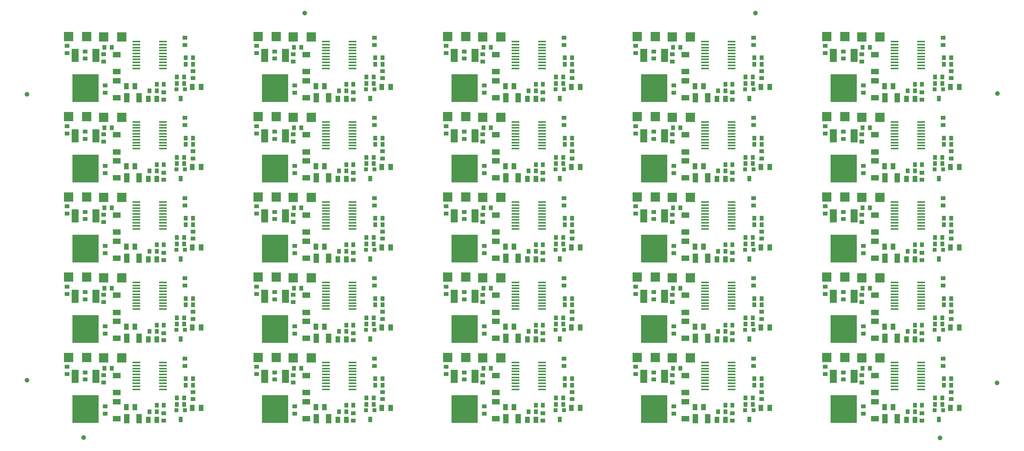
<source format=gtp>
G04*
G04 #@! TF.GenerationSoftware,Altium Limited,Altium Designer,23.8.1 (32)*
G04*
G04 Layer_Color=8421504*
%FSTAX26Y26*%
%MOIN*%
G70*
G04*
G04 #@! TF.SameCoordinates,0658DAE7-6568-40E7-827A-ADBA6E925618*
G04*
G04*
G04 #@! TF.FilePolarity,Positive*
G04*
G01*
G75*
%ADD11C,0.042047*%
%ADD12R,0.039370X0.037402*%
%ADD14R,0.039370X0.057087*%
%ADD15R,0.062992X0.118110*%
%ADD16R,0.228346X0.244095*%
%ADD17O,0.070866X0.015748*%
%ADD18R,0.037402X0.039370*%
%ADD19R,0.036000X0.036000*%
%ADD20R,0.036000X0.050000*%
%ADD21R,0.049213X0.078740*%
%ADD22R,0.070866X0.049213*%
%ADD23R,0.078740X0.078740*%
D11*
X08298266Y02878928D02*
D03*
X08295266Y00370928D02*
D03*
X06204031Y0357336D02*
D03*
X02304031D02*
D03*
X-00098483Y003937D02*
D03*
X00393512Y-00101861D02*
D03*
X-00099298Y02871928D02*
D03*
X07802266Y-00104867D02*
D03*
D12*
X0058Y00103504D02*
D03*
Y00166496D02*
D03*
X00403788Y0046267D02*
D03*
Y00399677D02*
D03*
X01338788Y0029267D02*
D03*
Y00229677D02*
D03*
X01268535Y00581636D02*
D03*
Y00518644D02*
D03*
X00565877Y00438005D02*
D03*
Y00375013D02*
D03*
X0024785Y0050994D02*
D03*
Y00446948D02*
D03*
X01083788Y0010767D02*
D03*
Y00044678D02*
D03*
X02220001Y00103504D02*
D03*
Y00166496D02*
D03*
X02043789Y0046267D02*
D03*
Y00399677D02*
D03*
X02978789Y0029267D02*
D03*
Y00229677D02*
D03*
X02908536Y00581636D02*
D03*
Y00518644D02*
D03*
X02205877Y00438005D02*
D03*
Y00375013D02*
D03*
X0188785Y0050994D02*
D03*
Y00446948D02*
D03*
X02723789Y0010767D02*
D03*
Y00044678D02*
D03*
X03860002Y00103504D02*
D03*
Y00166496D02*
D03*
X03683789Y0046267D02*
D03*
Y00399677D02*
D03*
X04618789Y0029267D02*
D03*
Y00229677D02*
D03*
X04548536Y00581636D02*
D03*
Y00518644D02*
D03*
X03845878Y00438005D02*
D03*
Y00375013D02*
D03*
X03527851Y0050994D02*
D03*
Y00446948D02*
D03*
X04363789Y0010767D02*
D03*
Y00044678D02*
D03*
X05500002Y00103504D02*
D03*
Y00166496D02*
D03*
X0532379Y0046267D02*
D03*
Y00399677D02*
D03*
X0625879Y0029267D02*
D03*
Y00229677D02*
D03*
X06188537Y00581636D02*
D03*
Y00518644D02*
D03*
X05485879Y00438005D02*
D03*
Y00375013D02*
D03*
X05167852Y0050994D02*
D03*
Y00446948D02*
D03*
X0600379Y0010767D02*
D03*
Y00044678D02*
D03*
X07140003Y00103504D02*
D03*
Y00166496D02*
D03*
X06963791Y0046267D02*
D03*
Y00399677D02*
D03*
X07898791Y0029267D02*
D03*
Y00229677D02*
D03*
X07828538Y00581636D02*
D03*
Y00518644D02*
D03*
X07125879Y00438005D02*
D03*
Y00375013D02*
D03*
X06807852Y0050994D02*
D03*
Y00446948D02*
D03*
X07643791Y0010767D02*
D03*
Y00044678D02*
D03*
X0058Y00798504D02*
D03*
Y00861496D02*
D03*
X00403788Y0115767D02*
D03*
Y01094677D02*
D03*
X01338788Y0098767D02*
D03*
Y00924677D02*
D03*
X01268535Y01276637D02*
D03*
Y01213644D02*
D03*
X00565877Y01133005D02*
D03*
Y01070013D02*
D03*
X0024785Y0120494D02*
D03*
Y01141948D02*
D03*
X01083788Y0080267D02*
D03*
Y00739678D02*
D03*
X02220001Y00798504D02*
D03*
Y00861496D02*
D03*
X02043789Y0115767D02*
D03*
Y01094677D02*
D03*
X02978789Y0098767D02*
D03*
Y00924677D02*
D03*
X02908536Y01276637D02*
D03*
Y01213644D02*
D03*
X02205877Y01133005D02*
D03*
Y01070013D02*
D03*
X0188785Y0120494D02*
D03*
Y01141948D02*
D03*
X02723789Y0080267D02*
D03*
Y00739678D02*
D03*
X03860002Y00798504D02*
D03*
Y00861496D02*
D03*
X03683789Y0115767D02*
D03*
Y01094677D02*
D03*
X04618789Y0098767D02*
D03*
Y00924677D02*
D03*
X04548536Y01276637D02*
D03*
Y01213644D02*
D03*
X03845878Y01133005D02*
D03*
Y01070013D02*
D03*
X03527851Y0120494D02*
D03*
Y01141948D02*
D03*
X04363789Y0080267D02*
D03*
Y00739678D02*
D03*
X05500002Y00798504D02*
D03*
Y00861496D02*
D03*
X0532379Y0115767D02*
D03*
Y01094677D02*
D03*
X0625879Y0098767D02*
D03*
Y00924677D02*
D03*
X06188537Y01276637D02*
D03*
Y01213644D02*
D03*
X05485879Y01133005D02*
D03*
Y01070013D02*
D03*
X05167852Y0120494D02*
D03*
Y01141948D02*
D03*
X0600379Y0080267D02*
D03*
Y00739678D02*
D03*
X07140003Y00798504D02*
D03*
Y00861496D02*
D03*
X06963791Y0115767D02*
D03*
Y01094677D02*
D03*
X07898791Y0098767D02*
D03*
Y00924677D02*
D03*
X07828538Y01276637D02*
D03*
Y01213644D02*
D03*
X07125879Y01133005D02*
D03*
Y01070013D02*
D03*
X06807852Y0120494D02*
D03*
Y01141948D02*
D03*
X07643791Y0080267D02*
D03*
Y00739678D02*
D03*
X0058Y01493504D02*
D03*
Y01556496D02*
D03*
X00403788Y0185267D02*
D03*
Y01789677D02*
D03*
X01338788Y0168267D02*
D03*
Y01619677D02*
D03*
X01268535Y01971637D02*
D03*
Y01908644D02*
D03*
X00565877Y01828005D02*
D03*
Y01765013D02*
D03*
X0024785Y0189994D02*
D03*
Y01836948D02*
D03*
X01083788Y0149767D02*
D03*
Y01434678D02*
D03*
X02220001Y01493504D02*
D03*
Y01556496D02*
D03*
X02043789Y0185267D02*
D03*
Y01789677D02*
D03*
X02978789Y0168267D02*
D03*
Y01619677D02*
D03*
X02908536Y01971637D02*
D03*
Y01908644D02*
D03*
X02205877Y01828005D02*
D03*
Y01765013D02*
D03*
X0188785Y0189994D02*
D03*
Y01836948D02*
D03*
X02723789Y0149767D02*
D03*
Y01434678D02*
D03*
X03860002Y01493504D02*
D03*
Y01556496D02*
D03*
X03683789Y0185267D02*
D03*
Y01789677D02*
D03*
X04618789Y0168267D02*
D03*
Y01619677D02*
D03*
X04548536Y01971637D02*
D03*
Y01908644D02*
D03*
X03845878Y01828005D02*
D03*
Y01765013D02*
D03*
X03527851Y0189994D02*
D03*
Y01836948D02*
D03*
X04363789Y0149767D02*
D03*
Y01434678D02*
D03*
X05500002Y01493504D02*
D03*
Y01556496D02*
D03*
X0532379Y0185267D02*
D03*
Y01789677D02*
D03*
X0625879Y0168267D02*
D03*
Y01619677D02*
D03*
X06188537Y01971637D02*
D03*
Y01908644D02*
D03*
X05485879Y01828005D02*
D03*
Y01765013D02*
D03*
X05167852Y0189994D02*
D03*
Y01836948D02*
D03*
X0600379Y0149767D02*
D03*
Y01434678D02*
D03*
X07140003Y01493504D02*
D03*
Y01556496D02*
D03*
X06963791Y0185267D02*
D03*
Y01789677D02*
D03*
X07898791Y0168267D02*
D03*
Y01619677D02*
D03*
X07828538Y01971637D02*
D03*
Y01908644D02*
D03*
X07125879Y01828005D02*
D03*
Y01765013D02*
D03*
X06807852Y0189994D02*
D03*
Y01836948D02*
D03*
X07643791Y0149767D02*
D03*
Y01434678D02*
D03*
X0058Y02188504D02*
D03*
Y02251496D02*
D03*
X00403788Y0254767D02*
D03*
Y02484677D02*
D03*
X01338788Y0237767D02*
D03*
Y02314677D02*
D03*
X01268535Y02666637D02*
D03*
Y02603644D02*
D03*
X00565877Y02523005D02*
D03*
Y02460013D02*
D03*
X0024785Y0259494D02*
D03*
Y02531948D02*
D03*
X01083788Y0219267D02*
D03*
Y02129677D02*
D03*
X02220001Y02188504D02*
D03*
Y02251496D02*
D03*
X02043789Y0254767D02*
D03*
Y02484677D02*
D03*
X02978789Y0237767D02*
D03*
Y02314677D02*
D03*
X02908536Y02666637D02*
D03*
Y02603644D02*
D03*
X02205877Y02523005D02*
D03*
Y02460013D02*
D03*
X0188785Y0259494D02*
D03*
Y02531948D02*
D03*
X02723789Y0219267D02*
D03*
Y02129677D02*
D03*
X03860002Y02188504D02*
D03*
Y02251496D02*
D03*
X03683789Y0254767D02*
D03*
Y02484677D02*
D03*
X04618789Y0237767D02*
D03*
Y02314677D02*
D03*
X04548536Y02666637D02*
D03*
Y02603644D02*
D03*
X03845878Y02523005D02*
D03*
Y02460013D02*
D03*
X03527851Y0259494D02*
D03*
Y02531948D02*
D03*
X04363789Y0219267D02*
D03*
Y02129677D02*
D03*
X05500002Y02188504D02*
D03*
Y02251496D02*
D03*
X0532379Y0254767D02*
D03*
Y02484677D02*
D03*
X0625879Y0237767D02*
D03*
Y02314677D02*
D03*
X06188537Y02666637D02*
D03*
Y02603644D02*
D03*
X05485879Y02523005D02*
D03*
Y02460013D02*
D03*
X05167852Y0259494D02*
D03*
Y02531948D02*
D03*
X0600379Y0219267D02*
D03*
Y02129677D02*
D03*
X07140003Y02188504D02*
D03*
Y02251496D02*
D03*
X06963791Y0254767D02*
D03*
Y02484677D02*
D03*
X07898791Y0237767D02*
D03*
Y02314677D02*
D03*
X07828538Y02666637D02*
D03*
Y02603644D02*
D03*
X07125879Y02523005D02*
D03*
Y02460013D02*
D03*
X06807852Y0259494D02*
D03*
Y02531948D02*
D03*
X07643791Y0219267D02*
D03*
Y02129677D02*
D03*
X0058Y02883504D02*
D03*
Y02946496D02*
D03*
X00403788Y0324267D02*
D03*
Y03179677D02*
D03*
X01338788Y0307267D02*
D03*
Y03009677D02*
D03*
X01268535Y03361637D02*
D03*
Y03298644D02*
D03*
X00565877Y03218005D02*
D03*
Y03155013D02*
D03*
X0024785Y0328994D02*
D03*
Y03226948D02*
D03*
X01083788Y0288767D02*
D03*
Y02824677D02*
D03*
X02220001Y02883504D02*
D03*
Y02946496D02*
D03*
X02043789Y0324267D02*
D03*
Y03179677D02*
D03*
X02978789Y0307267D02*
D03*
Y03009677D02*
D03*
X02908536Y03361637D02*
D03*
Y03298644D02*
D03*
X02205877Y03218005D02*
D03*
Y03155013D02*
D03*
X0188785Y0328994D02*
D03*
Y03226948D02*
D03*
X02723789Y0288767D02*
D03*
Y02824677D02*
D03*
X03860002Y02883504D02*
D03*
Y02946496D02*
D03*
X03683789Y0324267D02*
D03*
Y03179677D02*
D03*
X04618789Y0307267D02*
D03*
Y03009677D02*
D03*
X04548536Y03361637D02*
D03*
Y03298644D02*
D03*
X03845878Y03218005D02*
D03*
Y03155013D02*
D03*
X03527851Y0328994D02*
D03*
Y03226948D02*
D03*
X04363789Y0288767D02*
D03*
Y02824677D02*
D03*
X05500002Y02883504D02*
D03*
Y02946496D02*
D03*
X0532379Y0324267D02*
D03*
Y03179677D02*
D03*
X0625879Y0307267D02*
D03*
Y03009677D02*
D03*
X06188537Y03361637D02*
D03*
Y03298644D02*
D03*
X05485879Y03218005D02*
D03*
Y03155013D02*
D03*
X05167852Y0328994D02*
D03*
Y03226948D02*
D03*
X0600379Y0288767D02*
D03*
Y02824677D02*
D03*
X07140003Y02883504D02*
D03*
Y02946496D02*
D03*
X06963791Y0324267D02*
D03*
Y03179677D02*
D03*
X07898791Y0307267D02*
D03*
Y03009677D02*
D03*
X07828538Y03361637D02*
D03*
Y03298644D02*
D03*
X07125879Y03218005D02*
D03*
Y03155013D02*
D03*
X06807852Y0328994D02*
D03*
Y03226948D02*
D03*
X07643791Y0288767D02*
D03*
Y02824677D02*
D03*
D14*
X00761387Y00161173D02*
D03*
X0083619D02*
D03*
X01407402Y00155D02*
D03*
X01332599D02*
D03*
X00951387Y00051173D02*
D03*
X0102619D02*
D03*
X02401387Y00161173D02*
D03*
X0247619D02*
D03*
X03047403Y00155D02*
D03*
X02972599D02*
D03*
X02591387Y00051173D02*
D03*
X0266619D02*
D03*
X04041388Y00161173D02*
D03*
X04116191D02*
D03*
X04687403Y00155D02*
D03*
X046126D02*
D03*
X04231388Y00051173D02*
D03*
X04306191D02*
D03*
X05681389Y00161173D02*
D03*
X05756192D02*
D03*
X06327404Y00155D02*
D03*
X06252601D02*
D03*
X05871389Y00051173D02*
D03*
X05946192D02*
D03*
X07321389Y00161173D02*
D03*
X07396193D02*
D03*
X07967405Y00155D02*
D03*
X07892602D02*
D03*
X07511389Y00051173D02*
D03*
X07586193D02*
D03*
X00761387Y00856173D02*
D03*
X0083619D02*
D03*
X01407402Y0085D02*
D03*
X01332599D02*
D03*
X00951387Y00746173D02*
D03*
X0102619D02*
D03*
X02401387Y00856173D02*
D03*
X0247619D02*
D03*
X03047403Y0085D02*
D03*
X02972599D02*
D03*
X02591387Y00746173D02*
D03*
X0266619D02*
D03*
X04041388Y00856173D02*
D03*
X04116191D02*
D03*
X04687403Y0085D02*
D03*
X046126D02*
D03*
X04231388Y00746173D02*
D03*
X04306191D02*
D03*
X05681389Y00856173D02*
D03*
X05756192D02*
D03*
X06327404Y0085D02*
D03*
X06252601D02*
D03*
X05871389Y00746173D02*
D03*
X05946192D02*
D03*
X07321389Y00856173D02*
D03*
X07396193D02*
D03*
X07967405Y0085D02*
D03*
X07892602D02*
D03*
X07511389Y00746173D02*
D03*
X07586193D02*
D03*
X00761387Y01551174D02*
D03*
X0083619D02*
D03*
X01407402Y01545D02*
D03*
X01332599D02*
D03*
X00951387Y01441174D02*
D03*
X0102619D02*
D03*
X02401387Y01551174D02*
D03*
X0247619D02*
D03*
X03047403Y01545D02*
D03*
X02972599D02*
D03*
X02591387Y01441174D02*
D03*
X0266619D02*
D03*
X04041388Y01551174D02*
D03*
X04116191D02*
D03*
X04687403Y01545D02*
D03*
X046126D02*
D03*
X04231388Y01441174D02*
D03*
X04306191D02*
D03*
X05681389Y01551174D02*
D03*
X05756192D02*
D03*
X06327404Y01545D02*
D03*
X06252601D02*
D03*
X05871389Y01441174D02*
D03*
X05946192D02*
D03*
X07321389Y01551174D02*
D03*
X07396193D02*
D03*
X07967405Y01545D02*
D03*
X07892602D02*
D03*
X07511389Y01441174D02*
D03*
X07586193D02*
D03*
X00761387Y02246173D02*
D03*
X0083619D02*
D03*
X01407402Y0224D02*
D03*
X01332599D02*
D03*
X00951387Y02136173D02*
D03*
X0102619D02*
D03*
X02401387Y02246173D02*
D03*
X0247619D02*
D03*
X03047403Y0224D02*
D03*
X02972599D02*
D03*
X02591387Y02136173D02*
D03*
X0266619D02*
D03*
X04041388Y02246173D02*
D03*
X04116191D02*
D03*
X04687403Y0224D02*
D03*
X046126D02*
D03*
X04231388Y02136173D02*
D03*
X04306191D02*
D03*
X05681389Y02246173D02*
D03*
X05756192D02*
D03*
X06327404Y0224D02*
D03*
X06252601D02*
D03*
X05871389Y02136173D02*
D03*
X05946192D02*
D03*
X07321389Y02246173D02*
D03*
X07396193D02*
D03*
X07967405Y0224D02*
D03*
X07892602D02*
D03*
X07511389Y02136173D02*
D03*
X07586193D02*
D03*
X00761387Y02941173D02*
D03*
X0083619D02*
D03*
X01407402Y02935D02*
D03*
X01332599D02*
D03*
X00951387Y02831173D02*
D03*
X0102619D02*
D03*
X02401387Y02941173D02*
D03*
X0247619D02*
D03*
X03047403Y02935D02*
D03*
X02972599D02*
D03*
X02591387Y02831173D02*
D03*
X0266619D02*
D03*
X04041388Y02941173D02*
D03*
X04116191D02*
D03*
X04687403Y02935D02*
D03*
X046126D02*
D03*
X04231388Y02831173D02*
D03*
X04306191D02*
D03*
X05681389Y02941173D02*
D03*
X05756192D02*
D03*
X06327404Y02935D02*
D03*
X06252601D02*
D03*
X05871389Y02831173D02*
D03*
X05946192D02*
D03*
X07321389Y02941173D02*
D03*
X07396193D02*
D03*
X07967405Y02935D02*
D03*
X07892602D02*
D03*
X07511389Y02831173D02*
D03*
X07586193D02*
D03*
D15*
X00498749Y00426528D02*
D03*
X00318827D02*
D03*
X02138749D02*
D03*
X01958828D02*
D03*
X0377875D02*
D03*
X03598829D02*
D03*
X05418751D02*
D03*
X0523883D02*
D03*
X07058752D02*
D03*
X0687883D02*
D03*
X00498749Y01121528D02*
D03*
X00318827D02*
D03*
X02138749D02*
D03*
X01958828D02*
D03*
X0377875D02*
D03*
X03598829D02*
D03*
X05418751D02*
D03*
X0523883D02*
D03*
X07058752D02*
D03*
X0687883D02*
D03*
X00498749Y01816528D02*
D03*
X00318827D02*
D03*
X02138749D02*
D03*
X01958828D02*
D03*
X0377875D02*
D03*
X03598829D02*
D03*
X05418751D02*
D03*
X0523883D02*
D03*
X07058752D02*
D03*
X0687883D02*
D03*
X00498749Y02511528D02*
D03*
X00318827D02*
D03*
X02138749D02*
D03*
X01958828D02*
D03*
X0377875D02*
D03*
X03598829D02*
D03*
X05418751D02*
D03*
X0523883D02*
D03*
X07058752D02*
D03*
X0687883D02*
D03*
X00498749Y03206528D02*
D03*
X00318827D02*
D03*
X02138749D02*
D03*
X01958828D02*
D03*
X0377875D02*
D03*
X03598829D02*
D03*
X05418751D02*
D03*
X0523883D02*
D03*
X07058752D02*
D03*
X0687883D02*
D03*
D16*
X00408788Y00143851D02*
D03*
X02048789D02*
D03*
X03688789D02*
D03*
X0532879D02*
D03*
X06968791D02*
D03*
X00408788Y00838851D02*
D03*
X02048789D02*
D03*
X03688789D02*
D03*
X0532879D02*
D03*
X06968791D02*
D03*
X00408788Y01533851D02*
D03*
X02048789D02*
D03*
X03688789D02*
D03*
X0532879D02*
D03*
X06968791D02*
D03*
X00408788Y02228851D02*
D03*
X02048789D02*
D03*
X03688789D02*
D03*
X0532879D02*
D03*
X06968791D02*
D03*
X00408788Y02923851D02*
D03*
X02048789D02*
D03*
X03688789D02*
D03*
X0532879D02*
D03*
X06968791D02*
D03*
D17*
X01077961Y00316016D02*
D03*
Y00341607D02*
D03*
Y00367197D02*
D03*
Y00392788D02*
D03*
Y00418378D02*
D03*
Y00443969D02*
D03*
Y00469559D02*
D03*
Y0049515D02*
D03*
Y0052074D02*
D03*
Y00546331D02*
D03*
X00849615Y00316016D02*
D03*
Y00341607D02*
D03*
Y00367197D02*
D03*
Y00392788D02*
D03*
Y00418378D02*
D03*
Y00443969D02*
D03*
Y00469559D02*
D03*
Y0049515D02*
D03*
Y0052074D02*
D03*
Y00546331D02*
D03*
X02717962Y00316016D02*
D03*
Y00341607D02*
D03*
Y00367197D02*
D03*
Y00392788D02*
D03*
Y00418378D02*
D03*
Y00443969D02*
D03*
Y00469559D02*
D03*
Y0049515D02*
D03*
Y0052074D02*
D03*
Y00546331D02*
D03*
X02489616Y00316016D02*
D03*
Y00341607D02*
D03*
Y00367197D02*
D03*
Y00392788D02*
D03*
Y00418378D02*
D03*
Y00443969D02*
D03*
Y00469559D02*
D03*
Y0049515D02*
D03*
Y0052074D02*
D03*
Y00546331D02*
D03*
X04357963Y00316016D02*
D03*
Y00341607D02*
D03*
Y00367197D02*
D03*
Y00392788D02*
D03*
Y00418378D02*
D03*
Y00443969D02*
D03*
Y00469559D02*
D03*
Y0049515D02*
D03*
Y0052074D02*
D03*
Y00546331D02*
D03*
X04129616Y00316016D02*
D03*
Y00341607D02*
D03*
Y00367197D02*
D03*
Y00392788D02*
D03*
Y00418378D02*
D03*
Y00443969D02*
D03*
Y00469559D02*
D03*
Y0049515D02*
D03*
Y0052074D02*
D03*
Y00546331D02*
D03*
X05997963Y00316016D02*
D03*
Y00341607D02*
D03*
Y00367197D02*
D03*
Y00392788D02*
D03*
Y00418378D02*
D03*
Y00443969D02*
D03*
Y00469559D02*
D03*
Y0049515D02*
D03*
Y0052074D02*
D03*
Y00546331D02*
D03*
X05769617Y00316016D02*
D03*
Y00341607D02*
D03*
Y00367197D02*
D03*
Y00392788D02*
D03*
Y00418378D02*
D03*
Y00443969D02*
D03*
Y00469559D02*
D03*
Y0049515D02*
D03*
Y0052074D02*
D03*
Y00546331D02*
D03*
X07637964Y00316016D02*
D03*
Y00341607D02*
D03*
Y00367197D02*
D03*
Y00392788D02*
D03*
Y00418378D02*
D03*
Y00443969D02*
D03*
Y00469559D02*
D03*
Y0049515D02*
D03*
Y0052074D02*
D03*
Y00546331D02*
D03*
X07409618Y00316016D02*
D03*
Y00341607D02*
D03*
Y00367197D02*
D03*
Y00392788D02*
D03*
Y00418378D02*
D03*
Y00443969D02*
D03*
Y00469559D02*
D03*
Y0049515D02*
D03*
Y0052074D02*
D03*
Y00546331D02*
D03*
X01077961Y01011016D02*
D03*
Y01036607D02*
D03*
Y01062197D02*
D03*
Y01087788D02*
D03*
Y01113378D02*
D03*
Y01138969D02*
D03*
Y01164559D02*
D03*
Y0119015D02*
D03*
Y0121574D02*
D03*
Y01241331D02*
D03*
X00849615Y01011016D02*
D03*
Y01036607D02*
D03*
Y01062197D02*
D03*
Y01087788D02*
D03*
Y01113378D02*
D03*
Y01138969D02*
D03*
Y01164559D02*
D03*
Y0119015D02*
D03*
Y0121574D02*
D03*
Y01241331D02*
D03*
X02717962Y01011016D02*
D03*
Y01036607D02*
D03*
Y01062197D02*
D03*
Y01087788D02*
D03*
Y01113378D02*
D03*
Y01138969D02*
D03*
Y01164559D02*
D03*
Y0119015D02*
D03*
Y0121574D02*
D03*
Y01241331D02*
D03*
X02489616Y01011016D02*
D03*
Y01036607D02*
D03*
Y01062197D02*
D03*
Y01087788D02*
D03*
Y01113378D02*
D03*
Y01138969D02*
D03*
Y01164559D02*
D03*
Y0119015D02*
D03*
Y0121574D02*
D03*
Y01241331D02*
D03*
X04357963Y01011016D02*
D03*
Y01036607D02*
D03*
Y01062197D02*
D03*
Y01087788D02*
D03*
Y01113378D02*
D03*
Y01138969D02*
D03*
Y01164559D02*
D03*
Y0119015D02*
D03*
Y0121574D02*
D03*
Y01241331D02*
D03*
X04129616Y01011016D02*
D03*
Y01036607D02*
D03*
Y01062197D02*
D03*
Y01087788D02*
D03*
Y01113378D02*
D03*
Y01138969D02*
D03*
Y01164559D02*
D03*
Y0119015D02*
D03*
Y0121574D02*
D03*
Y01241331D02*
D03*
X05997963Y01011016D02*
D03*
Y01036607D02*
D03*
Y01062197D02*
D03*
Y01087788D02*
D03*
Y01113378D02*
D03*
Y01138969D02*
D03*
Y01164559D02*
D03*
Y0119015D02*
D03*
Y0121574D02*
D03*
Y01241331D02*
D03*
X05769617Y01011016D02*
D03*
Y01036607D02*
D03*
Y01062197D02*
D03*
Y01087788D02*
D03*
Y01113378D02*
D03*
Y01138969D02*
D03*
Y01164559D02*
D03*
Y0119015D02*
D03*
Y0121574D02*
D03*
Y01241331D02*
D03*
X07637964Y01011016D02*
D03*
Y01036607D02*
D03*
Y01062197D02*
D03*
Y01087788D02*
D03*
Y01113378D02*
D03*
Y01138969D02*
D03*
Y01164559D02*
D03*
Y0119015D02*
D03*
Y0121574D02*
D03*
Y01241331D02*
D03*
X07409618Y01011016D02*
D03*
Y01036607D02*
D03*
Y01062197D02*
D03*
Y01087788D02*
D03*
Y01113378D02*
D03*
Y01138969D02*
D03*
Y01164559D02*
D03*
Y0119015D02*
D03*
Y0121574D02*
D03*
Y01241331D02*
D03*
X01077961Y01706016D02*
D03*
Y01731607D02*
D03*
Y01757197D02*
D03*
Y01782788D02*
D03*
Y01808378D02*
D03*
Y01833969D02*
D03*
Y01859559D02*
D03*
Y0188515D02*
D03*
Y0191074D02*
D03*
Y01936331D02*
D03*
X00849615Y01706016D02*
D03*
Y01731607D02*
D03*
Y01757197D02*
D03*
Y01782788D02*
D03*
Y01808378D02*
D03*
Y01833969D02*
D03*
Y01859559D02*
D03*
Y0188515D02*
D03*
Y0191074D02*
D03*
Y01936331D02*
D03*
X02717962Y01706016D02*
D03*
Y01731607D02*
D03*
Y01757197D02*
D03*
Y01782788D02*
D03*
Y01808378D02*
D03*
Y01833969D02*
D03*
Y01859559D02*
D03*
Y0188515D02*
D03*
Y0191074D02*
D03*
Y01936331D02*
D03*
X02489616Y01706016D02*
D03*
Y01731607D02*
D03*
Y01757197D02*
D03*
Y01782788D02*
D03*
Y01808378D02*
D03*
Y01833969D02*
D03*
Y01859559D02*
D03*
Y0188515D02*
D03*
Y0191074D02*
D03*
Y01936331D02*
D03*
X04357963Y01706016D02*
D03*
Y01731607D02*
D03*
Y01757197D02*
D03*
Y01782788D02*
D03*
Y01808378D02*
D03*
Y01833969D02*
D03*
Y01859559D02*
D03*
Y0188515D02*
D03*
Y0191074D02*
D03*
Y01936331D02*
D03*
X04129616Y01706016D02*
D03*
Y01731607D02*
D03*
Y01757197D02*
D03*
Y01782788D02*
D03*
Y01808378D02*
D03*
Y01833969D02*
D03*
Y01859559D02*
D03*
Y0188515D02*
D03*
Y0191074D02*
D03*
Y01936331D02*
D03*
X05997963Y01706016D02*
D03*
Y01731607D02*
D03*
Y01757197D02*
D03*
Y01782788D02*
D03*
Y01808378D02*
D03*
Y01833969D02*
D03*
Y01859559D02*
D03*
Y0188515D02*
D03*
Y0191074D02*
D03*
Y01936331D02*
D03*
X05769617Y01706016D02*
D03*
Y01731607D02*
D03*
Y01757197D02*
D03*
Y01782788D02*
D03*
Y01808378D02*
D03*
Y01833969D02*
D03*
Y01859559D02*
D03*
Y0188515D02*
D03*
Y0191074D02*
D03*
Y01936331D02*
D03*
X07637964Y01706016D02*
D03*
Y01731607D02*
D03*
Y01757197D02*
D03*
Y01782788D02*
D03*
Y01808378D02*
D03*
Y01833969D02*
D03*
Y01859559D02*
D03*
Y0188515D02*
D03*
Y0191074D02*
D03*
Y01936331D02*
D03*
X07409618Y01706016D02*
D03*
Y01731607D02*
D03*
Y01757197D02*
D03*
Y01782788D02*
D03*
Y01808378D02*
D03*
Y01833969D02*
D03*
Y01859559D02*
D03*
Y0188515D02*
D03*
Y0191074D02*
D03*
Y01936331D02*
D03*
X01077961Y02401016D02*
D03*
Y02426607D02*
D03*
Y02452197D02*
D03*
Y02477788D02*
D03*
Y02503378D02*
D03*
Y02528969D02*
D03*
Y02554559D02*
D03*
Y0258015D02*
D03*
Y0260574D02*
D03*
Y02631331D02*
D03*
X00849615Y02401016D02*
D03*
Y02426607D02*
D03*
Y02452197D02*
D03*
Y02477788D02*
D03*
Y02503378D02*
D03*
Y02528969D02*
D03*
Y02554559D02*
D03*
Y0258015D02*
D03*
Y0260574D02*
D03*
Y02631331D02*
D03*
X02717962Y02401016D02*
D03*
Y02426607D02*
D03*
Y02452197D02*
D03*
Y02477788D02*
D03*
Y02503378D02*
D03*
Y02528969D02*
D03*
Y02554559D02*
D03*
Y0258015D02*
D03*
Y0260574D02*
D03*
Y02631331D02*
D03*
X02489616Y02401016D02*
D03*
Y02426607D02*
D03*
Y02452197D02*
D03*
Y02477788D02*
D03*
Y02503378D02*
D03*
Y02528969D02*
D03*
Y02554559D02*
D03*
Y0258015D02*
D03*
Y0260574D02*
D03*
Y02631331D02*
D03*
X04357963Y02401016D02*
D03*
Y02426607D02*
D03*
Y02452197D02*
D03*
Y02477788D02*
D03*
Y02503378D02*
D03*
Y02528969D02*
D03*
Y02554559D02*
D03*
Y0258015D02*
D03*
Y0260574D02*
D03*
Y02631331D02*
D03*
X04129616Y02401016D02*
D03*
Y02426607D02*
D03*
Y02452197D02*
D03*
Y02477788D02*
D03*
Y02503378D02*
D03*
Y02528969D02*
D03*
Y02554559D02*
D03*
Y0258015D02*
D03*
Y0260574D02*
D03*
Y02631331D02*
D03*
X05997963Y02401016D02*
D03*
Y02426607D02*
D03*
Y02452197D02*
D03*
Y02477788D02*
D03*
Y02503378D02*
D03*
Y02528969D02*
D03*
Y02554559D02*
D03*
Y0258015D02*
D03*
Y0260574D02*
D03*
Y02631331D02*
D03*
X05769617Y02401016D02*
D03*
Y02426607D02*
D03*
Y02452197D02*
D03*
Y02477788D02*
D03*
Y02503378D02*
D03*
Y02528969D02*
D03*
Y02554559D02*
D03*
Y0258015D02*
D03*
Y0260574D02*
D03*
Y02631331D02*
D03*
X07637964Y02401016D02*
D03*
Y02426607D02*
D03*
Y02452197D02*
D03*
Y02477788D02*
D03*
Y02503378D02*
D03*
Y02528969D02*
D03*
Y02554559D02*
D03*
Y0258015D02*
D03*
Y0260574D02*
D03*
Y02631331D02*
D03*
X07409618Y02401016D02*
D03*
Y02426607D02*
D03*
Y02452197D02*
D03*
Y02477788D02*
D03*
Y02503378D02*
D03*
Y02528969D02*
D03*
Y02554559D02*
D03*
Y0258015D02*
D03*
Y0260574D02*
D03*
Y02631331D02*
D03*
X01077961Y03096016D02*
D03*
Y03121607D02*
D03*
Y03147197D02*
D03*
Y03172788D02*
D03*
Y03198378D02*
D03*
Y03223969D02*
D03*
Y03249559D02*
D03*
Y0327515D02*
D03*
Y0330074D02*
D03*
Y03326331D02*
D03*
X00849615Y03096016D02*
D03*
Y03121607D02*
D03*
Y03147197D02*
D03*
Y03172788D02*
D03*
Y03198378D02*
D03*
Y03223969D02*
D03*
Y03249559D02*
D03*
Y0327515D02*
D03*
Y0330074D02*
D03*
Y03326331D02*
D03*
X02717962Y03096016D02*
D03*
Y03121607D02*
D03*
Y03147197D02*
D03*
Y03172788D02*
D03*
Y03198378D02*
D03*
Y03223969D02*
D03*
Y03249559D02*
D03*
Y0327515D02*
D03*
Y0330074D02*
D03*
Y03326331D02*
D03*
X02489616Y03096016D02*
D03*
Y03121607D02*
D03*
Y03147197D02*
D03*
Y03172788D02*
D03*
Y03198378D02*
D03*
Y03223969D02*
D03*
Y03249559D02*
D03*
Y0327515D02*
D03*
Y0330074D02*
D03*
Y03326331D02*
D03*
X04357963Y03096016D02*
D03*
Y03121607D02*
D03*
Y03147197D02*
D03*
Y03172788D02*
D03*
Y03198378D02*
D03*
Y03223969D02*
D03*
Y03249559D02*
D03*
Y0327515D02*
D03*
Y0330074D02*
D03*
Y03326331D02*
D03*
X04129616Y03096016D02*
D03*
Y03121607D02*
D03*
Y03147197D02*
D03*
Y03172788D02*
D03*
Y03198378D02*
D03*
Y03223969D02*
D03*
Y03249559D02*
D03*
Y0327515D02*
D03*
Y0330074D02*
D03*
Y03326331D02*
D03*
X05997963Y03096016D02*
D03*
Y03121607D02*
D03*
Y03147197D02*
D03*
Y03172788D02*
D03*
Y03198378D02*
D03*
Y03223969D02*
D03*
Y03249559D02*
D03*
Y0327515D02*
D03*
Y0330074D02*
D03*
Y03326331D02*
D03*
X05769617Y03096016D02*
D03*
Y03121607D02*
D03*
Y03147197D02*
D03*
Y03172788D02*
D03*
Y03198378D02*
D03*
Y03223969D02*
D03*
Y03249559D02*
D03*
Y0327515D02*
D03*
Y0330074D02*
D03*
Y03326331D02*
D03*
X07637964Y03096016D02*
D03*
Y03121607D02*
D03*
Y03147197D02*
D03*
Y03172788D02*
D03*
Y03198378D02*
D03*
Y03223969D02*
D03*
Y03249559D02*
D03*
Y0327515D02*
D03*
Y0330074D02*
D03*
Y03326331D02*
D03*
X07409618Y03096016D02*
D03*
Y03121607D02*
D03*
Y03147197D02*
D03*
Y03172788D02*
D03*
Y03198378D02*
D03*
Y03223969D02*
D03*
Y03249559D02*
D03*
Y0327515D02*
D03*
Y0330074D02*
D03*
Y03326331D02*
D03*
D18*
X00635284Y00496173D02*
D03*
X00572292D02*
D03*
X01198504Y00185D02*
D03*
X01261496D02*
D03*
X01338788Y00406173D02*
D03*
X01275796D02*
D03*
X01198504Y0024D02*
D03*
X01261496D02*
D03*
X0108678Y00176173D02*
D03*
X01023788D02*
D03*
Y00121174D02*
D03*
X00960796D02*
D03*
X01275796Y00351173D02*
D03*
X01338788D02*
D03*
X02275285Y00496173D02*
D03*
X02212293D02*
D03*
X02838505Y00185D02*
D03*
X02901497D02*
D03*
X02978789Y00406173D02*
D03*
X02915797D02*
D03*
X02838505Y0024D02*
D03*
X02901497D02*
D03*
X02726781Y00176173D02*
D03*
X02663789D02*
D03*
Y00121174D02*
D03*
X02600797D02*
D03*
X02915797Y00351173D02*
D03*
X02978789D02*
D03*
X03915286Y00496173D02*
D03*
X03852293D02*
D03*
X04478506Y00185D02*
D03*
X04541498D02*
D03*
X04618789Y00406173D02*
D03*
X04555797D02*
D03*
X04478506Y0024D02*
D03*
X04541498D02*
D03*
X04366782Y00176173D02*
D03*
X04303789D02*
D03*
Y00121174D02*
D03*
X04240797D02*
D03*
X04555797Y00351173D02*
D03*
X04618789D02*
D03*
X05555286Y00496173D02*
D03*
X05492294D02*
D03*
X06118506Y00185D02*
D03*
X06181499D02*
D03*
X0625879Y00406173D02*
D03*
X06195798D02*
D03*
X06118506Y0024D02*
D03*
X06181499D02*
D03*
X06006782Y00176173D02*
D03*
X0594379D02*
D03*
Y00121174D02*
D03*
X05880798D02*
D03*
X06195798Y00351173D02*
D03*
X0625879D02*
D03*
X07195287Y00496173D02*
D03*
X07132295D02*
D03*
X07758507Y00185D02*
D03*
X07821499D02*
D03*
X07898791Y00406173D02*
D03*
X07835799D02*
D03*
X07758507Y0024D02*
D03*
X07821499D02*
D03*
X07646783Y00176173D02*
D03*
X07583791D02*
D03*
Y00121174D02*
D03*
X07520799D02*
D03*
X07835799Y00351173D02*
D03*
X07898791D02*
D03*
X00635284Y01191174D02*
D03*
X00572292D02*
D03*
X01198504Y0088D02*
D03*
X01261496D02*
D03*
X01338788Y01101174D02*
D03*
X01275796D02*
D03*
X01198504Y00935D02*
D03*
X01261496D02*
D03*
X0108678Y00871173D02*
D03*
X01023788D02*
D03*
Y00816173D02*
D03*
X00960796D02*
D03*
X01275796Y01046174D02*
D03*
X01338788D02*
D03*
X02275285Y01191174D02*
D03*
X02212293D02*
D03*
X02838505Y0088D02*
D03*
X02901497D02*
D03*
X02978789Y01101174D02*
D03*
X02915797D02*
D03*
X02838505Y00935D02*
D03*
X02901497D02*
D03*
X02726781Y00871173D02*
D03*
X02663789D02*
D03*
Y00816173D02*
D03*
X02600797D02*
D03*
X02915797Y01046174D02*
D03*
X02978789D02*
D03*
X03915286Y01191174D02*
D03*
X03852293D02*
D03*
X04478506Y0088D02*
D03*
X04541498D02*
D03*
X04618789Y01101174D02*
D03*
X04555797D02*
D03*
X04478506Y00935D02*
D03*
X04541498D02*
D03*
X04366782Y00871173D02*
D03*
X04303789D02*
D03*
Y00816173D02*
D03*
X04240797D02*
D03*
X04555797Y01046174D02*
D03*
X04618789D02*
D03*
X05555286Y01191174D02*
D03*
X05492294D02*
D03*
X06118506Y0088D02*
D03*
X06181499D02*
D03*
X0625879Y01101174D02*
D03*
X06195798D02*
D03*
X06118506Y00935D02*
D03*
X06181499D02*
D03*
X06006782Y00871173D02*
D03*
X0594379D02*
D03*
Y00816173D02*
D03*
X05880798D02*
D03*
X06195798Y01046174D02*
D03*
X0625879D02*
D03*
X07195287Y01191174D02*
D03*
X07132295D02*
D03*
X07758507Y0088D02*
D03*
X07821499D02*
D03*
X07898791Y01101174D02*
D03*
X07835799D02*
D03*
X07758507Y00935D02*
D03*
X07821499D02*
D03*
X07646783Y00871173D02*
D03*
X07583791D02*
D03*
Y00816173D02*
D03*
X07520799D02*
D03*
X07835799Y01046174D02*
D03*
X07898791D02*
D03*
X00635284Y01886174D02*
D03*
X00572292D02*
D03*
X01198504Y01575D02*
D03*
X01261496D02*
D03*
X01338788Y01796174D02*
D03*
X01275796D02*
D03*
X01198504Y0163D02*
D03*
X01261496D02*
D03*
X0108678Y01566174D02*
D03*
X01023788D02*
D03*
Y01511174D02*
D03*
X00960796D02*
D03*
X01275796Y01741174D02*
D03*
X01338788D02*
D03*
X02275285Y01886174D02*
D03*
X02212293D02*
D03*
X02838505Y01575D02*
D03*
X02901497D02*
D03*
X02978789Y01796174D02*
D03*
X02915797D02*
D03*
X02838505Y0163D02*
D03*
X02901497D02*
D03*
X02726781Y01566174D02*
D03*
X02663789D02*
D03*
Y01511174D02*
D03*
X02600797D02*
D03*
X02915797Y01741174D02*
D03*
X02978789D02*
D03*
X03915286Y01886174D02*
D03*
X03852293D02*
D03*
X04478506Y01575D02*
D03*
X04541498D02*
D03*
X04618789Y01796174D02*
D03*
X04555797D02*
D03*
X04478506Y0163D02*
D03*
X04541498D02*
D03*
X04366782Y01566174D02*
D03*
X04303789D02*
D03*
Y01511174D02*
D03*
X04240797D02*
D03*
X04555797Y01741174D02*
D03*
X04618789D02*
D03*
X05555286Y01886174D02*
D03*
X05492294D02*
D03*
X06118506Y01575D02*
D03*
X06181499D02*
D03*
X0625879Y01796174D02*
D03*
X06195798D02*
D03*
X06118506Y0163D02*
D03*
X06181499D02*
D03*
X06006782Y01566174D02*
D03*
X0594379D02*
D03*
Y01511174D02*
D03*
X05880798D02*
D03*
X06195798Y01741174D02*
D03*
X0625879D02*
D03*
X07195287Y01886174D02*
D03*
X07132295D02*
D03*
X07758507Y01575D02*
D03*
X07821499D02*
D03*
X07898791Y01796174D02*
D03*
X07835799D02*
D03*
X07758507Y0163D02*
D03*
X07821499D02*
D03*
X07646783Y01566174D02*
D03*
X07583791D02*
D03*
Y01511174D02*
D03*
X07520799D02*
D03*
X07835799Y01741174D02*
D03*
X07898791D02*
D03*
X00635284Y02581173D02*
D03*
X00572292D02*
D03*
X01198504Y0227D02*
D03*
X01261496D02*
D03*
X01338788Y02491173D02*
D03*
X01275796D02*
D03*
X01198504Y02325D02*
D03*
X01261496D02*
D03*
X0108678Y02261173D02*
D03*
X01023788D02*
D03*
Y02206173D02*
D03*
X00960796D02*
D03*
X01275796Y02436173D02*
D03*
X01338788D02*
D03*
X02275285Y02581173D02*
D03*
X02212293D02*
D03*
X02838505Y0227D02*
D03*
X02901497D02*
D03*
X02978789Y02491173D02*
D03*
X02915797D02*
D03*
X02838505Y02325D02*
D03*
X02901497D02*
D03*
X02726781Y02261173D02*
D03*
X02663789D02*
D03*
Y02206173D02*
D03*
X02600797D02*
D03*
X02915797Y02436173D02*
D03*
X02978789D02*
D03*
X03915286Y02581173D02*
D03*
X03852293D02*
D03*
X04478506Y0227D02*
D03*
X04541498D02*
D03*
X04618789Y02491173D02*
D03*
X04555797D02*
D03*
X04478506Y02325D02*
D03*
X04541498D02*
D03*
X04366782Y02261173D02*
D03*
X04303789D02*
D03*
Y02206173D02*
D03*
X04240797D02*
D03*
X04555797Y02436173D02*
D03*
X04618789D02*
D03*
X05555286Y02581173D02*
D03*
X05492294D02*
D03*
X06118506Y0227D02*
D03*
X06181499D02*
D03*
X0625879Y02491173D02*
D03*
X06195798D02*
D03*
X06118506Y02325D02*
D03*
X06181499D02*
D03*
X06006782Y02261173D02*
D03*
X0594379D02*
D03*
Y02206173D02*
D03*
X05880798D02*
D03*
X06195798Y02436173D02*
D03*
X0625879D02*
D03*
X07195287Y02581173D02*
D03*
X07132295D02*
D03*
X07758507Y0227D02*
D03*
X07821499D02*
D03*
X07898791Y02491173D02*
D03*
X07835799D02*
D03*
X07758507Y02325D02*
D03*
X07821499D02*
D03*
X07646783Y02261173D02*
D03*
X07583791D02*
D03*
Y02206173D02*
D03*
X07520799D02*
D03*
X07835799Y02436173D02*
D03*
X07898791D02*
D03*
X00635284Y03276173D02*
D03*
X00572292D02*
D03*
X01198504Y02965D02*
D03*
X01261496D02*
D03*
X01338788Y03186173D02*
D03*
X01275796D02*
D03*
X01198504Y0302D02*
D03*
X01261496D02*
D03*
X0108678Y02956173D02*
D03*
X01023788D02*
D03*
Y02901173D02*
D03*
X00960796D02*
D03*
X01275796Y03131173D02*
D03*
X01338788D02*
D03*
X02275285Y03276173D02*
D03*
X02212293D02*
D03*
X02838505Y02965D02*
D03*
X02901497D02*
D03*
X02978789Y03186173D02*
D03*
X02915797D02*
D03*
X02838505Y0302D02*
D03*
X02901497D02*
D03*
X02726781Y02956173D02*
D03*
X02663789D02*
D03*
Y02901173D02*
D03*
X02600797D02*
D03*
X02915797Y03131173D02*
D03*
X02978789D02*
D03*
X03915286Y03276173D02*
D03*
X03852293D02*
D03*
X04478506Y02965D02*
D03*
X04541498D02*
D03*
X04618789Y03186173D02*
D03*
X04555797D02*
D03*
X04478506Y0302D02*
D03*
X04541498D02*
D03*
X04366782Y02956173D02*
D03*
X04303789D02*
D03*
Y02901173D02*
D03*
X04240797D02*
D03*
X04555797Y03131173D02*
D03*
X04618789D02*
D03*
X05555286Y03276173D02*
D03*
X05492294D02*
D03*
X06118506Y02965D02*
D03*
X06181499D02*
D03*
X0625879Y03186173D02*
D03*
X06195798D02*
D03*
X06118506Y0302D02*
D03*
X06181499D02*
D03*
X06006782Y02956173D02*
D03*
X0594379D02*
D03*
Y02901173D02*
D03*
X05880798D02*
D03*
X06195798Y03131173D02*
D03*
X0625879D02*
D03*
X07195287Y03276173D02*
D03*
X07132295D02*
D03*
X07758507Y02965D02*
D03*
X07821499D02*
D03*
X07898791Y03186173D02*
D03*
X07835799D02*
D03*
X07758507Y0302D02*
D03*
X07821499D02*
D03*
X07646783Y02956173D02*
D03*
X07583791D02*
D03*
Y02901173D02*
D03*
X07520799D02*
D03*
X07835799Y03131173D02*
D03*
X07898791D02*
D03*
D19*
X0127Y00135D02*
D03*
X01195D02*
D03*
X02910001D02*
D03*
X02835001D02*
D03*
X04550002D02*
D03*
X04475002D02*
D03*
X06190002D02*
D03*
X06115002D02*
D03*
X07830003D02*
D03*
X07755003D02*
D03*
X0127Y0083D02*
D03*
X01195D02*
D03*
X02910001D02*
D03*
X02835001D02*
D03*
X04550002D02*
D03*
X04475002D02*
D03*
X06190002D02*
D03*
X06115002D02*
D03*
X07830003D02*
D03*
X07755003D02*
D03*
X0127Y01525D02*
D03*
X01195D02*
D03*
X02910001D02*
D03*
X02835001D02*
D03*
X04550002D02*
D03*
X04475002D02*
D03*
X06190002D02*
D03*
X06115002D02*
D03*
X07830003D02*
D03*
X07755003D02*
D03*
X0127Y0222D02*
D03*
X01195D02*
D03*
X02910001D02*
D03*
X02835001D02*
D03*
X04550002D02*
D03*
X04475002D02*
D03*
X06190002D02*
D03*
X06115002D02*
D03*
X07830003D02*
D03*
X07755003D02*
D03*
X0127Y02915D02*
D03*
X01195D02*
D03*
X02910001D02*
D03*
X02835001D02*
D03*
X04550002D02*
D03*
X04475002D02*
D03*
X06190002D02*
D03*
X06115002D02*
D03*
X07830003D02*
D03*
X07755003D02*
D03*
D20*
X01232Y00055D02*
D03*
X02872001D02*
D03*
X04512002D02*
D03*
X06152002D02*
D03*
X07792003D02*
D03*
X01232Y0075D02*
D03*
X02872001D02*
D03*
X04512002D02*
D03*
X06152002D02*
D03*
X07792003D02*
D03*
X01232Y01445D02*
D03*
X02872001D02*
D03*
X04512002D02*
D03*
X06152002D02*
D03*
X07792003D02*
D03*
X01232Y0214D02*
D03*
X02872001D02*
D03*
X04512002D02*
D03*
X06152002D02*
D03*
X07792003D02*
D03*
X01232Y02835D02*
D03*
X02872001D02*
D03*
X04512002D02*
D03*
X06152002D02*
D03*
X07792003D02*
D03*
D21*
X00763788Y00061173D02*
D03*
X00872056D02*
D03*
X02403789D02*
D03*
X02512057D02*
D03*
X04043789D02*
D03*
X04152057D02*
D03*
X0568379D02*
D03*
X05792058D02*
D03*
X07323791D02*
D03*
X07432059D02*
D03*
X00763788Y00756173D02*
D03*
X00872056D02*
D03*
X02403789D02*
D03*
X02512057D02*
D03*
X04043789D02*
D03*
X04152057D02*
D03*
X0568379D02*
D03*
X05792058D02*
D03*
X07323791D02*
D03*
X07432059D02*
D03*
X00763788Y01451174D02*
D03*
X00872056D02*
D03*
X02403789D02*
D03*
X02512057D02*
D03*
X04043789D02*
D03*
X04152057D02*
D03*
X0568379D02*
D03*
X05792058D02*
D03*
X07323791D02*
D03*
X07432059D02*
D03*
X00763788Y02146173D02*
D03*
X00872056D02*
D03*
X02403789D02*
D03*
X02512057D02*
D03*
X04043789D02*
D03*
X04152057D02*
D03*
X0568379D02*
D03*
X05792058D02*
D03*
X07323791D02*
D03*
X07432059D02*
D03*
X00763788Y02841173D02*
D03*
X00872056D02*
D03*
X02403789D02*
D03*
X02512057D02*
D03*
X04043789D02*
D03*
X04152057D02*
D03*
X0568379D02*
D03*
X05792058D02*
D03*
X07323791D02*
D03*
X07432059D02*
D03*
D22*
X00678788Y00434993D02*
D03*
Y00287355D02*
D03*
Y00061173D02*
D03*
Y00208811D02*
D03*
X02318789Y00434993D02*
D03*
Y00287355D02*
D03*
Y00061173D02*
D03*
Y00208811D02*
D03*
X03958789Y00434993D02*
D03*
Y00287355D02*
D03*
Y00061173D02*
D03*
Y00208811D02*
D03*
X0559879Y00434993D02*
D03*
Y00287355D02*
D03*
Y00061173D02*
D03*
Y00208811D02*
D03*
X07238791Y00434993D02*
D03*
Y00287355D02*
D03*
Y00061173D02*
D03*
Y00208811D02*
D03*
X00678788Y01129993D02*
D03*
Y00982355D02*
D03*
Y00756173D02*
D03*
Y00903811D02*
D03*
X02318789Y01129993D02*
D03*
Y00982355D02*
D03*
Y00756173D02*
D03*
Y00903811D02*
D03*
X03958789Y01129993D02*
D03*
Y00982355D02*
D03*
Y00756173D02*
D03*
Y00903811D02*
D03*
X0559879Y01129993D02*
D03*
Y00982355D02*
D03*
Y00756173D02*
D03*
Y00903811D02*
D03*
X07238791Y01129993D02*
D03*
Y00982355D02*
D03*
Y00756173D02*
D03*
Y00903811D02*
D03*
X00678788Y01824993D02*
D03*
Y01677355D02*
D03*
Y01451174D02*
D03*
Y01598811D02*
D03*
X02318789Y01824993D02*
D03*
Y01677355D02*
D03*
Y01451174D02*
D03*
Y01598811D02*
D03*
X03958789Y01824993D02*
D03*
Y01677355D02*
D03*
Y01451174D02*
D03*
Y01598811D02*
D03*
X0559879Y01824993D02*
D03*
Y01677355D02*
D03*
Y01451174D02*
D03*
Y01598811D02*
D03*
X07238791Y01824993D02*
D03*
Y01677355D02*
D03*
Y01451174D02*
D03*
Y01598811D02*
D03*
X00678788Y02519992D02*
D03*
Y02372355D02*
D03*
Y02146173D02*
D03*
Y02293811D02*
D03*
X02318789Y02519992D02*
D03*
Y02372355D02*
D03*
Y02146173D02*
D03*
Y02293811D02*
D03*
X03958789Y02519992D02*
D03*
Y02372355D02*
D03*
Y02146173D02*
D03*
Y02293811D02*
D03*
X0559879Y02519992D02*
D03*
Y02372355D02*
D03*
Y02146173D02*
D03*
Y02293811D02*
D03*
X07238791Y02519992D02*
D03*
Y02372355D02*
D03*
Y02146173D02*
D03*
Y02293811D02*
D03*
X00678788Y03214992D02*
D03*
Y03067355D02*
D03*
Y02841173D02*
D03*
Y02988811D02*
D03*
X02318789Y03214992D02*
D03*
Y03067355D02*
D03*
Y02841173D02*
D03*
Y02988811D02*
D03*
X03958789Y03214992D02*
D03*
Y03067355D02*
D03*
Y02841173D02*
D03*
Y02988811D02*
D03*
X0559879Y03214992D02*
D03*
Y03067355D02*
D03*
Y02841173D02*
D03*
Y02988811D02*
D03*
X07238791Y03214992D02*
D03*
Y03067355D02*
D03*
Y02841173D02*
D03*
Y02988811D02*
D03*
D23*
X00722123Y00586173D02*
D03*
X00565453D02*
D03*
X00417123Y00592642D02*
D03*
X00260454D02*
D03*
X02362123Y00586173D02*
D03*
X02205454D02*
D03*
X02057124Y00592642D02*
D03*
X01900454D02*
D03*
X04002124Y00586173D02*
D03*
X03845455D02*
D03*
X03697124Y00592642D02*
D03*
X03540455D02*
D03*
X05642125Y00586173D02*
D03*
X05485456D02*
D03*
X05337125Y00592642D02*
D03*
X05180456D02*
D03*
X07282126Y00586173D02*
D03*
X07125456D02*
D03*
X06977126Y00592642D02*
D03*
X06820456D02*
D03*
X00722123Y01281174D02*
D03*
X00565453D02*
D03*
X00417123Y01287642D02*
D03*
X00260454D02*
D03*
X02362123Y01281174D02*
D03*
X02205454D02*
D03*
X02057124Y01287642D02*
D03*
X01900454D02*
D03*
X04002124Y01281174D02*
D03*
X03845455D02*
D03*
X03697124Y01287642D02*
D03*
X03540455D02*
D03*
X05642125Y01281174D02*
D03*
X05485456D02*
D03*
X05337125Y01287642D02*
D03*
X05180456D02*
D03*
X07282126Y01281174D02*
D03*
X07125456D02*
D03*
X06977126Y01287642D02*
D03*
X06820456D02*
D03*
X00722123Y01976174D02*
D03*
X00565453D02*
D03*
X00417123Y01982642D02*
D03*
X00260454D02*
D03*
X02362123Y01976174D02*
D03*
X02205454D02*
D03*
X02057124Y01982642D02*
D03*
X01900454D02*
D03*
X04002124Y01976174D02*
D03*
X03845455D02*
D03*
X03697124Y01982642D02*
D03*
X03540455D02*
D03*
X05642125Y01976174D02*
D03*
X05485456D02*
D03*
X05337125Y01982642D02*
D03*
X05180456D02*
D03*
X07282126Y01976174D02*
D03*
X07125456D02*
D03*
X06977126Y01982642D02*
D03*
X06820456D02*
D03*
X00722123Y02671173D02*
D03*
X00565453D02*
D03*
X00417123Y02677642D02*
D03*
X00260454D02*
D03*
X02362123Y02671173D02*
D03*
X02205454D02*
D03*
X02057124Y02677642D02*
D03*
X01900454D02*
D03*
X04002124Y02671173D02*
D03*
X03845455D02*
D03*
X03697124Y02677642D02*
D03*
X03540455D02*
D03*
X05642125Y02671173D02*
D03*
X05485456D02*
D03*
X05337125Y02677642D02*
D03*
X05180456D02*
D03*
X07282126Y02671173D02*
D03*
X07125456D02*
D03*
X06977126Y02677642D02*
D03*
X06820456D02*
D03*
X00722123Y03366173D02*
D03*
X00565453D02*
D03*
X00417123Y03372642D02*
D03*
X00260454D02*
D03*
X02362123Y03366173D02*
D03*
X02205454D02*
D03*
X02057124Y03372642D02*
D03*
X01900454D02*
D03*
X04002124Y03366173D02*
D03*
X03845455D02*
D03*
X03697124Y03372642D02*
D03*
X03540455D02*
D03*
X05642125Y03366173D02*
D03*
X05485456D02*
D03*
X05337125Y03372642D02*
D03*
X05180456D02*
D03*
X07282126Y03366173D02*
D03*
X07125456D02*
D03*
X06977126Y03372642D02*
D03*
X06820456D02*
D03*
M02*

</source>
